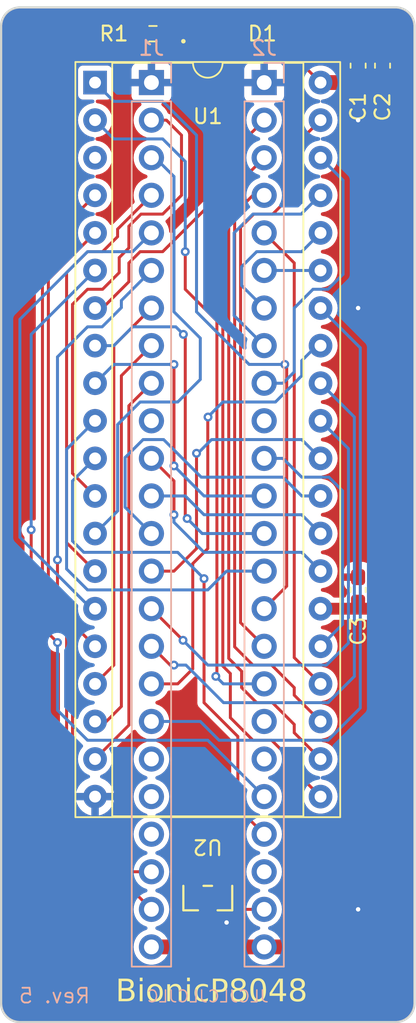
<source format=kicad_pcb>
(kicad_pcb (version 20221018) (generator pcbnew)
  (title_block (title "BionicP8048") (date "2024-11-01") (rev "5") (company "Tadashi G. Takaoka"))
  (layers (0 "F.Cu" signal) (31 "B.Cu" signal) (34 "B.Paste" user) (35 "F.Paste" user) (36 "B.SilkS" user "B.Silkscreen") (37 "F.SilkS" user "F.Silkscreen") (38 "B.Mask" user) (39 "F.Mask" user) (44 "Edge.Cuts" user))
  (net 0 "")
  (net 1 "VCC")
  (net 2 "GND")
  (net 3 "Net-(D1-K)")
  (net 4 "/P10")
  (net 5 "/P11")
  (net 6 "/P12")
  (net 7 "/P13")
  (net 8 "/P14")
  (net 9 "/P15")
  (net 10 "/P16")
  (net 11 "/P17")
  (net 13 "/P30")
  (net 14 "/P31")
  (net 15 "/P32")
  (net 16 "/P33")
  (net 17 "/P34")
  (net 18 "/P35")
  (net 19 "/P36")
  (net 20 "/P37")
  (net 24 "/P52")
  (net 25 "/P53")
  (net 26 "Net-(J2-P57)")
  (net 28 "/P55")
  (net 29 "/P54")
  (net 32 "/P46")
  (net 33 "/P45")
  (net 34 "/P44")
  (net 35 "/P43")
  (net 36 "/P42")
  (net 37 "/P41")
  (net 38 "/P40")
  (net 40 "/P27")
  (net 41 "/P26")
  (net 42 "/P25")
  (net 43 "/P24")
  (net 44 "/P23")
  (net 45 "/P22")
  (net 46 "/P21")
  (net 47 "/P20")
  (footprint "Capacitor_SMD:C_0603_1608Metric_Pad1.08x0.95mm_HandSolder" (layer "F.Cu") (at 126.781 73.937 90)
    (fp_text reference "C2" (at -2.794 0 90) (layer "F.SilkS"))
    (fp_text value "22u")
    (fp_line (start -0.146267 -0.51) (end 0.146267 -0.51) (stroke (width 0.12)) (layer "F.SilkS"))
    (fp_line (start -0.146267 0.51) (end 0.146267 0.51) (stroke (width 0.12)) (layer "F.SilkS"))
    (pad "1" smd roundrect (at -0.8625 0 90) (size 1.075 0.95) (layers "F.Cu" "F.Paste" "F.Mask") (net 1 "VCC"))
    (pad "2" smd roundrect (at 0.8625 0 90) (size 1.075 0.95) (layers "F.Cu" "F.Paste" "F.Mask") (net 2 "GND"))
  )
  (footprint "0-LocalLibrary:LED_CSL1901UW1_ROM" (layer "F.Cu") (at 115.097 71.778)
    (fp_text reference "D1" (at 3.556 0 unlocked) (layer "F.SilkS"))
    (fp_text value "CSL1901UW1")
    (fp_circle (center -1.778 0.508) (end -1.7018 0.508) (stroke (width 0.1524)) (fill none) (layer "F.SilkS"))
    (pad "1" smd rect (at -0.7747 0) (size 0.762 0.7112) (layers "F.Cu" "F.Paste" "F.Mask") (net 3 "Net-(D1-K)"))
    (pad "2" smd rect (at 0.7747 0) (size 0.762 0.7112) (layers "F.Cu" "F.Paste" "F.Mask") (net 1 "VCC"))
    (zone (net 0) (net_name "") (layer "F.Cu") (connect_pads (clearance 0)) (min_thickness 0.254)
      (keepout (tracks not_allowed) (vias not_allowed) (pads allowed) (copperpour not_allowed) (footprints allowed))
      (fill (thermal_gap 0.508) (thermal_bridge_width 0.508))
      (polygon (pts (xy 114.7541 71.4224) (xy 115.4399 71.4224) (xy 115.4399 72.1336) (xy 114.7541 72.1336)))
    )
  )
  (footprint "0-LocalLibrary:DIP-40_W15.24mm_Socket" (layer "F.Cu") (at 107.35 75.08)
    (fp_text reference "U1" (at 7.62 2.286) (layer "F.SilkS"))
    (fp_text value "P8048AH")
    (fp_line (start -1.33 -1.39) (end -1.33 49.65) (stroke (width 0.12)) (layer "F.SilkS"))
    (fp_line (start -1.33 49.65) (end 16.57 49.65) (stroke (width 0.12)) (layer "F.SilkS"))
    (fp_line (start 1.16 -1.33) (end 1.16 49.59) (stroke (width 0.12)) (layer "F.SilkS"))
    (fp_line (start 1.16 49.59) (end 14.08 49.59) (stroke (width 0.12)) (layer "F.SilkS"))
    (fp_line (start 6.62 -1.33) (end 1.16 -1.33) (stroke (width 0.12)) (layer "F.SilkS"))
    (fp_line (start 14.08 -1.33) (end 8.62 -1.33) (stroke (width 0.12)) (layer "F.SilkS"))
    (fp_line (start 14.08 49.59) (end 14.08 -1.33) (stroke (width 0.12)) (layer "F.SilkS"))
    (fp_line (start 16.57 -1.39) (end -1.33 -1.39) (stroke (width 0.12)) (layer "F.SilkS"))
    (fp_line (start 16.57 49.65) (end 16.57 -1.39) (stroke (width 0.12)) (layer "F.SilkS"))
    (fp_arc (start 8.62 -1.33) (mid 7.62 -0.33) (end 6.62 -1.33) (stroke (width 0.12)) (layer "F.SilkS"))
    (pad "1" thru_hole rect locked (at 0 0) (size 1.6 1.6) (drill 0.8) (layers "*.Cu" "*.Mask") (net 34 "/P44"))
    (pad "2" thru_hole oval locked (at 0 2.54) (size 1.6 1.6) (drill 0.8) (layers "*.Cu" "*.Mask") (net 32 "/P46"))
    (pad "3" thru_hole oval locked (at 0 5.08) (size 1.6 1.6) (drill 0.8) (layers "*.Cu" "*.Mask"))
    (pad "4" thru_hole oval locked (at 0 7.62) (size 1.6 1.6) (drill 0.8) (layers "*.Cu" "*.Mask") (net 25 "/P53"))
    (pad "5" thru_hole oval locked (at 0 10.16) (size 1.6 1.6) (drill 0.8) (layers "*.Cu" "*.Mask") (net 24 "/P52"))
    (pad "6" thru_hole oval locked (at 0 12.7) (size 1.6 1.6) (drill 0.8) (layers "*.Cu" "*.Mask") (net 29 "/P54"))
    (pad "7" thru_hole oval locked (at 0 15.24) (size 1.6 1.6) (drill 0.8) (layers "*.Cu" "*.Mask") (net 1 "VCC"))
    (pad "8" thru_hole oval locked (at 0 17.78) (size 1.6 1.6) (drill 0.8) (layers "*.Cu" "*.Mask") (net 36 "/P42"))
    (pad "9" thru_hole oval locked (at 0 20.32) (size 1.6 1.6) (drill 0.8) (layers "*.Cu" "*.Mask") (net 37 "/P41"))
    (pad "10" thru_hole oval locked (at 0 22.86) (size 1.6 1.6) (drill 0.8) (layers "*.Cu" "*.Mask") (net 35 "/P43"))
    (pad "11" thru_hole oval locked (at 0 25.4) (size 1.6 1.6) (drill 0.8) (layers "*.Cu" "*.Mask") (net 28 "/P55"))
    (pad "12" thru_hole oval locked (at 0 27.94) (size 1.6 1.6) (drill 0.8) (layers "*.Cu" "*.Mask") (net 4 "/P10"))
    (pad "13" thru_hole oval locked (at 0 30.48) (size 1.6 1.6) (drill 0.8) (layers "*.Cu" "*.Mask") (net 5 "/P11"))
    (pad "14" thru_hole oval locked (at 0 33.02) (size 1.6 1.6) (drill 0.8) (layers "*.Cu" "*.Mask") (net 6 "/P12"))
    (pad "15" thru_hole oval locked (at 0 35.56) (size 1.6 1.6) (drill 0.8) (layers "*.Cu" "*.Mask") (net 7 "/P13"))
    (pad "16" thru_hole oval locked (at 0 38.1) (size 1.6 1.6) (drill 0.8) (layers "*.Cu" "*.Mask") (net 8 "/P14"))
    (pad "17" thru_hole oval locked (at 0 40.64) (size 1.6 1.6) (drill 0.8) (layers "*.Cu" "*.Mask") (net 9 "/P15"))
    (pad "18" thru_hole oval locked (at 0 43.18) (size 1.6 1.6) (drill 0.8) (layers "*.Cu" "*.Mask") (net 10 "/P16"))
    (pad "19" thru_hole oval locked (at 0 45.72) (size 1.6 1.6) (drill 0.8) (layers "*.Cu" "*.Mask") (net 11 "/P17"))
    (pad "20" thru_hole oval locked (at 0 48.26) (size 1.6 1.6) (drill 0.8) (layers "*.Cu" "*.Mask") (net 2 "GND"))
    (pad "21" thru_hole oval locked (at 15.24 48.26) (size 1.6 1.6) (drill 0.8) (layers "*.Cu" "*.Mask") (net 47 "/P20"))
    (pad "22" thru_hole oval locked (at 15.24 45.72) (size 1.6 1.6) (drill 0.8) (layers "*.Cu" "*.Mask") (net 46 "/P21"))
    (pad "23" thru_hole oval locked (at 15.24 43.18) (size 1.6 1.6) (drill 0.8) (layers "*.Cu" "*.Mask") (net 45 "/P22"))
    (pad "24" thru_hole oval locked (at 15.24 40.64) (size 1.6 1.6) (drill 0.8) (layers "*.Cu" "*.Mask") (net 44 "/P23"))
    (pad "25" thru_hole oval locked (at 15.24 38.1) (size 1.6 1.6) (drill 0.8) (layers "*.Cu" "*.Mask") (net 38 "/P40"))
    (pad "26" thru_hole oval locked (at 15.24 35.56) (size 1.6 1.6) (drill 0.8) (layers "*.Cu" "*.Mask") (net 1 "VCC"))
    (pad "27" thru_hole oval locked (at 15.24 33.02) (size 1.6 1.6) (drill 0.8) (layers "*.Cu" "*.Mask") (net 13 "/P30"))
    (pad "28" thru_hole oval locked (at 15.24 30.48) (size 1.6 1.6) (drill 0.8) (layers "*.Cu" "*.Mask") (net 14 "/P31"))
    (pad "29" thru_hole oval locked (at 15.24 27.94) (size 1.6 1.6) (drill 0.8) (layers "*.Cu" "*.Mask") (net 15 "/P32"))
    (pad "30" thru_hole oval locked (at 15.24 25.4) (size 1.6 1.6) (drill 0.8) (layers "*.Cu" "*.Mask") (net 16 "/P33"))
    (pad "31" thru_hole oval locked (at 15.24 22.86) (size 1.6 1.6) (drill 0.8) (layers "*.Cu" "*.Mask") (net 17 "/P34"))
    (pad "32" thru_hole oval locked (at 15.24 20.32) (size 1.6 1.6) (drill 0.8) (layers "*.Cu" "*.Mask") (net 18 "/P35"))
    (pad "33" thru_hole oval locked (at 15.24 17.78) (size 1.6 1.6) (drill 0.8) (layers "*.Cu" "*.Mask") (net 19 "/P36"))
    (pad "34" thru_hole oval locked (at 15.24 15.24) (size 1.6 1.6) (drill 0.8) (layers "*.Cu" "*.Mask") (net 20 "/P37"))
    (pad "35" thru_hole oval locked (at 15.24 12.7) (size 1.6 1.6) (drill 0.8) (layers "*.Cu" "*.Mask") (net 43 "/P24"))
    (pad "36" thru_hole oval locked (at 15.24 10.16) (size 1.6 1.6) (drill 0.8) (layers "*.Cu" "*.Mask") (net 42 "/P25"))
    (pad "37" thru_hole oval locked (at 15.24 7.62) (size 1.6 1.6) (drill 0.8) (layers "*.Cu" "*.Mask") (net 41 "/P26"))
    (pad "38" thru_hole oval locked (at 15.24 5.08) (size 1.6 1.6) (drill 0.8) (layers "*.Cu" "*.Mask") (net 40 "/P27"))
    (pad "39" thru_hole oval locked (at 15.24 2.54) (size 1.6 1.6) (drill 0.8) (layers "*.Cu" "*.Mask") (net 33 "/P45"))
    (pad "40" thru_hole oval locked (at 15.24 0) (size 1.6 1.6) (drill 0.8) (layers "*.Cu" "*.Mask") (net 1 "VCC"))
  )
  (footprint "0-LocalLibrary:SOT-23_MC_MCH-M" (layer "F.Cu") (at 114.97 130.198 180)
    (fp_text reference "U2" (at 0 3.4544 180 unlocked) (layer "F.SilkS"))
    (fp_text value "11AA010-I/TT")
    (fp_line (start -1.652 -0.827) (end -1.652 0.827) (stroke (width 0.1524)) (layer "F.SilkS"))
    (fp_line (start -0.66294 -0.827) (end -1.652 -0.827) (stroke (width 0.1524)) (layer "F.SilkS"))
    (fp_line (start -0.287061 0.827) (end 0.287061 0.827) (stroke (width 0.1524)) (layer "F.SilkS"))
    (fp_line (start 1.652 -0.827) (end 0.66294 -0.827) (stroke (width 0.1524)) (layer "F.SilkS"))
    (fp_line (start 1.652 0.827) (end 1.652 -0.827) (stroke (width 0.1524)) (layer "F.SilkS"))
    (pad "1" smd rect (at -0.950001 1.066 180) (size 0.6604 1.6256) (layers "F.Cu" "F.Paste" "F.Mask") (net 26 "Net-(J2-P57)"))
    (pad "2" smd rect (at 0.950001 1.066 180) (size 0.6604 1.6256) (layers "F.Cu" "F.Paste" "F.Mask") (net 1 "VCC"))
    (pad "3" smd rect (at 0 -1.066 180) (size 0.6604 1.6256) (layers "F.Cu" "F.Paste" "F.Mask") (net 2 "GND"))
  )
  (footprint "Capacitor_SMD:C_0603_1608Metric_Pad1.08x0.95mm_HandSolder" (layer "F.Cu") (at 125.13 73.937 90)
    (fp_text reference "C1" (at -2.794 0 90) (layer "F.SilkS"))
    (fp_text value "0.1u")
    (fp_line (start -0.146267 -0.51) (end 0.146267 -0.51) (stroke (width 0.12)) (layer "F.SilkS"))
    (fp_line (start -0.146267 0.51) (end 0.146267 0.51) (stroke (width 0.12)) (layer "F.SilkS"))
    (pad "1" smd roundrect (at -0.8625 0 90) (size 1.075 0.95) (layers "F.Cu" "F.Paste" "F.Mask") (net 1 "VCC"))
    (pad "2" smd roundrect (at 0.8625 0 90) (size 1.075 0.95) (layers "F.Cu" "F.Paste" "F.Mask") (net 2 "GND"))
  )
  (footprint "Resistor_SMD:R_0603_1608Metric_Pad0.98x0.95mm_HandSolder" (layer "F.Cu") (at 111.2635 71.778 180)
    (fp_text reference "R1" (at 2.6435 0) (layer "F.SilkS"))
    (fp_text value "1.6k")
    (fp_line (start -0.254724 -0.5225) (end 0.254724 -0.5225) (stroke (width 0.12)) (layer "F.SilkS"))
    (fp_line (start -0.254724 0.5225) (end 0.254724 0.5225) (stroke (width 0.12)) (layer "F.SilkS"))
    (pad "1" smd roundrect (at -0.9125 0 180) (size 0.975 0.95) (layers "F.Cu" "F.Paste" "F.Mask") (net 3 "Net-(D1-K)"))
    (pad "2" smd roundrect (at 0.9125 0 180) (size 0.975 0.95) (layers "F.Cu" "F.Paste" "F.Mask") (net 2 "GND"))
  )
  (footprint "Capacitor_SMD:C_0603_1608Metric_Pad1.08x0.95mm_HandSolder" (layer "F.Cu") (at 125.13 109.37 90)
    (fp_text reference "C3" (at -2.794 0 90) (layer "F.SilkS"))
    (fp_text value "0.1u")
    (fp_line (start -0.146267 -0.51) (end 0.146267 -0.51) (stroke (width 0.12)) (layer "F.SilkS"))
    (fp_line (start -0.146267 0.51) (end 0.146267 0.51) (stroke (width 0.12)) (layer "F.SilkS"))
    (pad "1" smd roundrect (at -0.8625 0 90) (size 1.075 0.95) (layers "F.Cu" "F.Paste" "F.Mask") (net 1 "VCC"))
    (pad "2" smd roundrect (at 0.8625 0 90) (size 1.075 0.95) (layers "F.Cu" "F.Paste" "F.Mask") (net 2 "GND"))
  )
  (footprint "0-LocalLibrary:Bionic-P245_Vertical" (layer "B.Cu") (at 118.78 75.08 180)
    (fp_text reference "J2" (at 0 2.33) (layer "B.SilkS") (effects (justify mirror)))
    (fp_text value "Bionic-P245")
    (fp_line (start -1.33 -59.75) (end 1.33 -59.75) (stroke (width 0.12)) (layer "B.SilkS"))
    (fp_line (start -1.33 -1.27) (end -1.33 -59.75) (stroke (width 0.12)) (layer "B.SilkS"))
    (fp_line (start -1.33 -1.27) (end 1.33 -1.27) (stroke (width 0.12)) (layer "B.SilkS"))
    (fp_line (start -1.33 0) (end -1.33 1.33) (stroke (width 0.12)) (layer "B.SilkS"))
    (fp_line (start -1.33 1.33) (end 0 1.33) (stroke (width 0.12)) (layer "B.SilkS"))
    (fp_line (start 1.33 -1.27) (end 1.33 -59.75) (stroke (width 0.12)) (layer "B.SilkS"))
    (pad "25" thru_hole oval locked (at 0 -58.42 180) (size 1.7 1.7) (drill 1) (layers "*.Cu" "*.Mask") (net 1 "VCC"))
    (pad "26" thru_hole oval locked (at 0 -55.88 180) (size 1.7 1.7) (drill 1) (layers "*.Cu" "*.Mask") (net 26 "Net-(J2-P57)"))
    (pad "27" thru_hole oval locked (at 0 -53.34 180) (size 1.7 1.7) (drill 1) (layers "*.Cu" "*.Mask"))
    (pad "28" thru_hole oval locked (at 0 -50.8 180) (size 1.7 1.7) (drill 1) (layers "*.Cu" "*.Mask") (net 28 "/P55"))
    (pad "29" thru_hole oval locked (at 0 -48.26 180) (size 1.7 1.7) (drill 1) (layers "*.Cu" "*.Mask") (net 29 "/P54"))
    (pad "30" thru_hole oval locked (at 0 -45.72 180) (size 1.7 1.7) (drill 1) (layers "*.Cu" "*.Mask"))
    (pad "31" thru_hole oval locked (at 0 -43.18 180) (size 1.7 1.7) (drill 1) (layers "*.Cu" "*.Mask"))
    (pad "32" thru_hole oval locked (at 0 -40.64 180) (size 1.7 1.7) (drill 1) (layers "*.Cu" "*.Mask") (net 32 "/P46"))
    (pad "33" thru_hole oval locked (at 0 -38.1 180) (size 1.7 1.7) (drill 1) (layers "*.Cu" "*.Mask") (net 33 "/P45"))
    (pad "34" thru_hole oval locked (at 0 -35.56 180) (size 1.7 1.7) (drill 1) (layers "*.Cu" "*.Mask") (net 34 "/P44"))
    (pad "35" thru_hole oval locked (at 0 -33.02 180) (size 1.7 1.7) (drill 1) (layers "*.Cu" "*.Mask") (net 35 "/P43"))
    (pad "36" thru_hole oval locked (at 0 -30.48 180) (size 1.7 1.7) (drill 1) (layers "*.Cu" "*.Mask") (net 36 "/P42"))
    (pad "37" thru_hole oval locked (at 0 -27.94 180) (size 1.7 1.7) (drill 1) (layers "*.Cu" "*.Mask") (net 37 "/P41"))
    (pad "38" thru_hole oval locked (at 0 -25.4 180) (size 1.7 1.7) (drill 1) (layers "*.Cu" "*.Mask") (net 38 "/P40"))
    (pad "39" thru_hole oval locked (at 0 -22.86 180) (size 1.7 1.7) (drill 1) (layers "*.Cu" "*.Mask"))
    (pad "40" thru_hole oval locked (at 0 -20.32 180) (size 1.7 1.7) (drill 1) (layers "*.Cu" "*.Mask") (net 40 "/P27"))
    (pad "41" thru_hole oval locked (at 0 -17.78 180) (size 1.7 1.7) (drill 1) (layers "*.Cu" "*.Mask") (net 41 "/P26"))
    (pad "42" thru_hole oval locked (at 0 -15.24 180) (size 1.7 1.7) (drill 1) (layers "*.Cu" "*.Mask") (net 42 "/P25"))
    (pad "43" thru_hole oval locked (at 0 -12.7 180) (size 1.7 1.7) (drill 1) (layers "*.Cu" "*.Mask") (net 43 "/P24"))
    (pad "44" thru_hole oval locked (at 0 -10.16 180) (size 1.7 1.7) (drill 1) (layers "*.Cu" "*.Mask") (net 44 "/P23"))
    (pad "45" thru_hole oval locked (at 0 -7.62 180) (size 1.7 1.7) (drill 1) (layers "*.Cu" "*.Mask") (net 45 "/P22"))
    (pad "46" thru_hole oval locked (at 0 -5.08 180) (size 1.7 1.7) (drill 1) (layers "*.Cu" "*.Mask") (net 46 "/P21"))
    (pad "47" thru_hole oval locked (at 0 -2.54 180) (size 1.7 1.7) (drill 1) (layers "*.Cu" "*.Mask") (net 47 "/P20"))
    (pad "48" thru_hole rect locked (at 0 0 180) (size 1.7 1.7) (drill 1) (layers "*.Cu" "*.Mask") (net 2 "GND"))
  )
  (footprint "0-LocalLibrary:Bionic-P135_Vertical" (layer "B.Cu") (at 111.16 75.08 180)
    (fp_text reference "J1" (at 0 2.33) (layer "B.SilkS") (effects (justify mirror)))
    (fp_text value "Bionic-P135")
    (fp_line (start -1.33 -59.75) (end 1.33 -59.75) (stroke (width 0.12)) (layer "B.SilkS"))
    (fp_line (start -1.33 -1.27) (end -1.33 -59.75) (stroke (width 0.12)) (layer "B.SilkS"))
    (fp_line (start -1.33 -1.27) (end 1.33 -1.27) (stroke (width 0.12)) (layer "B.SilkS"))
    (fp_line (start -1.33 0) (end -1.33 1.33) (stroke (width 0.12)) (layer "B.SilkS"))
    (fp_line (start -1.33 1.33) (end 0 1.33) (stroke (width 0.12)) (layer "B.SilkS"))
    (fp_line (start 1.33 -1.27) (end 1.33 -59.75) (stroke (width 0.12)) (layer "B.SilkS"))
    (pad "1" thru_hole rect locked (at 0 0 180) (size 1.7 1.7) (drill 1) (layers "*.Cu" "*.Mask") (net 2 "GND"))
    (pad "2" thru_hole oval locked (at 0 -2.54 180) (size 1.7 1.7) (drill 1) (layers "*.Cu" "*.Mask") (net 4 "/P10"))
    (pad "3" thru_hole oval locked (at 0 -5.08 180) (size 1.7 1.7) (drill 1) (layers "*.Cu" "*.Mask") (net 5 "/P11"))
    (pad "4" thru_hole oval locked (at 0 -7.62 180) (size 1.7 1.7) (drill 1) (layers "*.Cu" "*.Mask") (net 6 "/P12"))
    (pad "5" thru_hole oval locked (at 0 -10.16 180) (size 1.7 1.7) (drill 1) (layers "*.Cu" "*.Mask") (net 7 "/P13"))
    (pad "6" thru_hole oval locked (at 0 -12.7 180) (size 1.7 1.7) (drill 1) (layers "*.Cu" "*.Mask") (net 8 "/P14"))
    (pad "7" thru_hole oval locked (at 0 -15.24 180) (size 1.7 1.7) (drill 1) (layers "*.Cu" "*.Mask") (net 9 "/P15"))
    (pad "8" thru_hole oval locked (at 0 -17.78 180) (size 1.7 1.7) (drill 1) (layers "*.Cu" "*.Mask") (net 10 "/P16"))
    (pad "9" thru_hole oval locked (at 0 -20.32 180) (size 1.7 1.7) (drill 1) (layers "*.Cu" "*.Mask") (net 11 "/P17"))
    (pad "10" thru_hole oval locked (at 0 -22.86 180) (size 1.7 1.7) (drill 1) (layers "*.Cu" "*.Mask"))
    (pad "11" thru_hole oval locked (at 0 -25.4 180) (size 1.7 1.7) (drill 1) (layers "*.Cu" "*.Mask") (net 13 "/P30"))
    (pad "12" thru_hole oval locked (at 0 -27.94 180) (size 1.7 1.7) (drill 1) (layers "*.Cu" "*.Mask") (net 14 "/P31"))
    (pad "13" thru_hole oval locked (at 0 -30.48 180) (size 1.7 1.7) (drill 1) (layers "*.Cu" "*.Mask") (net 15 "/P32"))
    (pad "14" thru_hole oval locked (at 0 -33.02 180) (size 1.7 1.7) (drill 1) (layers "*.Cu" "*.Mask") (net 16 "/P33"))
    (pad "15" thru_hole oval locked (at 0 -35.56 180) (size 1.7 1.7) (drill 1) (layers "*.Cu" "*.Mask") (net 17 "/P34"))
    (pad "16" thru_hole oval locked (at 0 -38.1 180) (size 1.7 1.7) (drill 1) (layers "*.Cu" "*.Mask") (net 18 "/P35"))
    (pad "17" thru_hole oval locked (at 0 -40.64 180) (size 1.7 1.7) (drill 1) (layers "*.Cu" "*.Mask") (net 19 "/P36"))
    (pad "18" thru_hole oval locked (at 0 -43.18 180) (size 1.7 1.7) (drill 1) (layers "*.Cu" "*.Mask") (net 20 "/P37"))
    (pad "19" thru_hole oval locked (at 0 -45.72 180) (size 1.7 1.7) (drill 1) (layers "*.Cu" "*.Mask"))
    (pad "20" thru_hole oval locked (at 0 -48.26 180) (size 1.7 1.7) (drill 1) (layers "*.Cu" "*.Mask"))
    (pad "21" thru_hole oval locked (at 0 -50.8 180) (size 1.7 1.7) (drill 1) (layers "*.Cu" "*.Mask"))
    (pad "22" thru_hole oval locked (at 0 -53.34 180) (size 1.7 1.7) (drill 1) (layers "*.Cu" "*.Mask") (net 24 "/P52"))
    (pad "23" thru_hole oval locked (at 0 -55.88 180) (size 1.7 1.7) (drill 1) (layers "*.Cu" "*.Mask") (net 25 "/P53"))
    (pad "24" thru_hole oval locked (at 0 -58.42 180) (size 1.7 1.7) (drill 1) (layers "*.Cu" "*.Mask") (net 1 "VCC"))
  )
  (gr_line (start 128.94 137.31) (end 128.94 71.27) (stroke (width 0.15)) (layer "Edge.Cuts"))
  (gr_arc (start 127.67 70) (mid 128.568026 70.371974) (end 128.94 71.27) (stroke (width 0.15)) (layer "Edge.Cuts"))
  (gr_line (start 102.27 138.58) (end 127.67 138.58) (stroke (width 0.15)) (layer "Edge.Cuts"))
  (gr_line (start 101 71.27) (end 101 137.31) (stroke (width 0.15)) (layer "Edge.Cuts"))
  (gr_arc (start 102.27 138.58) (mid 101.371974 138.208026) (end 101 137.31) (stroke (width 0.15)) (layer "Edge.Cuts"))
  (gr_line (start 127.67 70) (end 102.27 70) (stroke (width 0.15)) (layer "Edge.Cuts"))
  (gr_arc (start 128.94 137.31) (mid 128.568026 138.208026) (end 127.67 138.58) (stroke (width 0.15)) (layer "Edge.Cuts"))
  (gr_arc (start 101 71.27) (mid 101.371974 70.371974) (end 102.27 70) (stroke (width 0.15)) (layer "Edge.Cuts"))
  (gr_text "JLCJLCJLCJLC" (at 114.97 137.31) (layer "B.SilkS") (effects (font (size 0.8 0.8)) (justify bottom mirror)))
  (gr_text "Rev. 5" (at 107.096 136.802) (layer "B.SilkS") (effects (font (size 1 1)) (justify left mirror)))
  (gr_text "BionicP8048" (at 115.224 136.548) (layer "F.SilkS") (effects (font (size 1.5 1.5))))
  (segment (start 114.081 133.5) (end 118.78 133.5) (width 1) (layer "F.Cu") (net 1))
  (segment (start 114.019999 133.438999) (end 114.081 133.5) (width 0.2) (layer "F.Cu") (net 1))
  (segment (start 114.019999 129.132) (end 114.019999 133.438999) (width 0.2) (layer "F.Cu") (net 1))
  (segment (start 126.908 75.588) (end 126.4 75.08) (width 1) (layer "F.Cu") (net 1))
  (segment (start 115.986 75.461) (end 115.478 75.969) (width 0.2) (layer "F.Cu") (net 1))
  (segment (start 111.16 133.5) (end 114.081 133.5) (width 1) (layer "F.Cu") (net 1))
  (segment (start 115.478 82.954) (end 111.922 86.51) (width 0.2) (layer "F.Cu") (net 1))
  (segment (start 110.398 86.51) (end 109.636 87.272) (width 0.2) (layer "F.Cu") (net 1))
  (segment (start 111.922 86.51) (end 110.398 86.51) (width 0.2) (layer "F.Cu") (net 1))
  (segment (start 126.908 131.722) (end 126.908 75.588) (width 1) (layer "F.Cu") (net 1))
  (segment (start 115.986 71.8415) (end 115.986 75.461) (width 0.2) (layer "F.Cu") (net 1))
  (segment (start 107.858 90.32) (end 107.35 90.32) (width 0.2) (layer "F.Cu") (net 1))
  (segment (start 126.4 75.08) (end 125.13 75.08) (width 1) (layer "F.Cu") (net 1))
  (segment locked (start 125.13 75.08) (end 122.59 75.08) (width 1) (layer "F.Cu") (net 1))
  (segment (start 115.478 75.969) (end 115.478 82.954) (width 0.2) (layer "F.Cu") (net 1))
  (segment (start 122.844 75.08) (end 122.336 75.08) (width 0.2) (layer "F.Cu") (net 1))
  (segment (start 122.59 110.64) (end 126.908 110.64) (width 0.8) (layer "F.Cu") (net 1))
  (segment (start 125.13 133.5) (end 126.908 131.722) (width 1) (layer "F.Cu") (net 1))
  (segment (start 119.288 71.778) (end 122.59 75.08) (width 0.2) (layer "F.Cu") (net 1))
  (segment (start 109.636 88.542) (end 107.858 90.32) (width 0.2) (layer "F.Cu") (net 1))
  (segment (start 109.636 87.272) (end 109.636 88.542) (width 0.2) (layer "F.Cu") (net 1))
  (segment (start 116.0495 71.778) (end 115.986 71.8415) (width 0.2) (layer "F.Cu") (net 1))
  (segment (start 116.0495 71.778) (end 119.288 71.778) (width 0.2) (layer "F.Cu") (net 1))
  (segment locked (start 118.78 133.5) (end 125.13 133.5) (width 1) (layer "F.Cu") (net 1))
  (segment (start 125.13 75.08) (end 125.13 74.6725) (width 0.2) (layer "F.Cu") (net 1))
  (via (at 116.24 131.849) (size 0.6) (drill 0.3) (layers "F.Cu" "B.Cu") (net 2))
  (via (at 125.13 90.32) (size 0.6) (drill 0.3) (layers "F.Cu" "B.Cu") (net 2))
  (via (at 125.13 130.96) (size 0.6) (drill 0.3) (layers "F.Cu" "B.Cu") (net 2))
  (via (at 125.13 77.62) (size 0.6) (drill 0.3) (layers "F.Cu" "B.Cu") (net 2))
  (segment (start 112.176 71.778) (end 114.1826 71.778) (width 0.2) (layer "F.Cu") (net 3))
  (segment (start 111.922 83.97) (end 113.192 82.7) (width 0.2) (layer "F.Cu") (net 4))
  (segment (start 107.35 103.02) (end 105.826 101.496) (width 0.2) (layer "F.Cu") (net 4))
  (segment (start 108.982 87.926) (end 108.982 86.91) (width 0.2) (layer "F.Cu") (net 4))
  (segment (start 106.842 89.05) (end 107.858 89.05) (width 0.2) (layer "F.Cu") (net 4))
  (segment (start 107.858 89.05) (end 108.982 87.926) (width 0.2) (layer "F.Cu") (net 4))
  (segment (start 112.176 77.62) (end 111.16 77.62) (width 0.2) (layer "F.Cu") (net 4))
  (segment (start 113.192 82.7) (end 113.192 78.636) (width 0.2) (layer "F.Cu") (net 4))
  (segment (start 105.826 90.066) (end 106.842 89.05) (width 0.2) (layer "F.Cu") (net 4))
  (segment (start 105.826 101.496) (end 105.826 90.066) (width 0.2) (layer "F.Cu") (net 4))
  (segment (start 109.636 84.789686) (end 110.455686 83.97) (width 0.2) (layer "F.Cu") (net 4))
  (segment (start 109.636 86.256) (end 109.636 84.789686) (width 0.2) (layer "F.Cu") (net 4))
  (segment (start 108.982 86.91) (end 109.636 86.256) (width 0.2) (layer "F.Cu") (net 4))
  (segment (start 110.455686 83.97) (end 111.922 83.97) (width 0.2) (layer "F.Cu") (net 4))
  (segment (start 113.192 78.636) (end 112.176 77.62) (width 0.2) (layer "F.Cu") (net 4))
  (segment (start 112.938 96.67) (end 110.398 96.67) (width 0.2) (layer "B.Cu") (net 5))
  (segment (start 112.684 81.43) (end 112.684 90.574) (width 0.2) (layer "B.Cu") (net 5))
  (segment (start 114.462 95.146) (end 112.938 96.67) (width 0.2) (layer "B.Cu") (net 5))
  (segment (start 111.16 80.16) (end 111.414 80.16) (width 0.2) (layer "B.Cu") (net 5))
  (segment (start 111.414 80.16) (end 112.684 81.43) (width 0.2) (layer "B.Cu") (net 5))
  (segment (start 114.462 92.352) (end 114.462 95.146) (width 0.2) (layer "B.Cu") (net 5))
  (segment (start 110.398 96.67) (end 108.874 98.194) (width 0.2) (layer "B.Cu") (net 5))
  (segment (start 108.874 104.036) (end 107.35 105.56) (width 0.2) (layer "B.Cu") (net 5))
  (segment (start 112.684 90.574) (end 114.462 92.352) (width 0.2) (layer "B.Cu") (net 5))
  (segment (start 108.874 98.194) (end 108.874 104.036) (width 0.2) (layer "B.Cu") (net 5))
  (segment (start 111.16 82.7) (end 108.874 84.986) (width 0.2) (layer "F.Cu") (net 6))
  (segment (start 107.858 86.51) (end 106.842 86.51) (width 0.2) (layer "F.Cu") (net 6))
  (segment (start 108.874 85.494) (end 107.858 86.51) (width 0.2) (layer "F.Cu") (net 6))
  (segment (start 105.426 106.176) (end 107.35 108.1) (width 0.2) (layer "F.Cu") (net 6))
  (segment (start 106.842 86.51) (end 105.426 87.926) (width 0.2) (layer "F.Cu") (net 6))
  (segment (start 108.874 84.986) (end 108.874 85.494) (width 0.2) (layer "F.Cu") (net 6))
  (segment (start 105.426 87.926) (end 105.426 106.176) (width 0.2) (layer "F.Cu") (net 6))
  (segment (start 102.27 91.082) (end 102.27 105.814) (width 0.2) (layer "B.Cu") (net 7))
  (segment (start 107.096 110.64) (end 107.35 110.64) (width 0.2) (layer "B.Cu") (net 7))
  (segment (start 111.16 85.24) (end 109.89 86.51) (width 0.2) (layer "B.Cu") (net 7))
  (segment (start 109.89 86.51) (end 106.842 86.51) (width 0.2) (layer "B.Cu") (net 7))
  (segment (start 106.842 86.51) (end 102.27 91.082) (width 0.2) (layer "B.Cu") (net 7))
  (segment (start 102.27 105.814) (end 107.096 110.64) (width 0.2) (layer "B.Cu") (net 7))
  (segment (start 104.81 110.64) (end 104.81 107.338) (width 0.2) (layer "F.Cu") (net 8))
  (segment (start 107.35 113.18) (end 104.81 110.64) (width 0.2) (layer "F.Cu") (net 8))
  (via (at 104.81 107.338) (size 0.6) (drill 0.3) (layers "F.Cu" "B.Cu") (net 8))
  (segment (start 106.842 91.59) (end 104.81 93.622) (width 0.2) (layer "B.Cu") (net 8))
  (segment (start 111.16 87.78) (end 109.128 89.812) (width 0.2) (layer "B.Cu") (net 8))
  (segment (start 109.128 90.291157) (end 107.829157 91.59) (width 0.2) (layer "B.Cu") (net 8))
  (segment (start 109.128 89.812) (end 109.128 90.291157) (width 0.2) (layer "B.Cu") (net 8))
  (segment (start 107.829157 91.59) (end 106.842 91.59) (width 0.2) (layer "B.Cu") (net 8))
  (segment (start 104.81 93.622) (end 104.81 107.338) (width 0.2) (layer "B.Cu") (net 8))
  (segment (start 108.62 114.45) (end 107.35 115.72) (width 0.2) (layer "F.Cu") (net 9))
  (segment (start 108.62 92.86) (end 108.62 114.45) (width 0.2) (layer "F.Cu") (net 9))
  (segment (start 111.16 90.32) (end 108.62 92.86) (width 0.2) (layer "F.Cu") (net 9))
  (segment (start 111.16 92.86) (end 109.128 94.892) (width 0.2) (layer "F.Cu") (net 10))
  (segment (start 109.128 94.892) (end 109.128 117.244) (width 0.2) (layer "F.Cu") (net 10))
  (segment (start 109.128 117.244) (end 108.112 118.26) (width 0.2) (layer "F.Cu") (net 10))
  (segment (start 108.112 118.26) (end 107.35 118.26) (width 0.2) (layer "F.Cu") (net 10))
  (segment (start 111.16 95.4) (end 109.636 96.924) (width 0.2) (layer "F.Cu") (net 11))
  (segment (start 109.636 118.514) (end 107.35 120.8) (width 0.2) (layer "F.Cu") (net 11))
  (segment (start 109.636 96.924) (end 109.636 118.514) (width 0.2) (layer "F.Cu") (net 11))
  (segment (start 112.684 104.29) (end 112.684 102.004) (width 0.2) (layer "F.Cu") (net 13))
  (segment (start 112.684 102.004) (end 111.16 100.48) (width 0.2) (layer "F.Cu") (net 13))
  (via (at 112.684 104.29) (size 0.6) (drill 0.3) (layers "F.Cu" "B.Cu") (net 13))
  (segment (start 112.684 104.29) (end 112.684 104.798) (width 0.2) (layer "B.Cu") (net 13))
  (segment (start 114.716 106.83) (end 121.32 106.83) (width 0.2) (layer "B.Cu") (net 13))
  (segment (start 112.684 104.798) (end 114.716 106.83) (width 0.2) (layer "B.Cu") (net 13))
  (segment (start 121.32 106.83) (end 122.59 108.1) (width 0.2) (layer "B.Cu") (net 13))
  (segment (start 114.716 104.29) (end 113.446 103.02) (width 0.2) (layer "B.Cu") (net 14))
  (segment (start 113.446 103.02) (end 111.16 103.02) (width 0.2) (layer "B.Cu") (net 14))
  (segment (start 121.32 104.29) (end 114.716 104.29) (width 0.2) (layer "B.Cu") (net 14))
  (segment (start 122.59 105.56) (end 121.32 104.29) (width 0.2) (layer "B.Cu") (net 14))
  (segment (start 111.16 105.56) (end 109.382 103.782) (width 0.2) (layer "B.Cu") (net 15))
  (segment (start 110.5962 99.21) (end 111.9855 99.21) (width 0.2) (layer "B.Cu") (net 15))
  (segment (start 121.32 103.02) (end 122.59 103.02) (width 0.2) (layer "B.Cu") (net 15))
  (segment (start 111.9855 99.21) (end 114.5254 101.7499) (width 0.2) (layer "B.Cu") (net 15))
  (segment (start 109.382 103.782) (end 109.382 100.4242) (width 0.2) (layer "B.Cu") (net 15))
  (segment (start 109.382 100.4242) (end 110.5962 99.21) (width 0.2) (layer "B.Cu") (net 15))
  (segment (start 114.5254 101.7499) (end 120.0499 101.7499) (width 0.2) (layer "B.Cu") (net 15))
  (segment (start 120.0499 101.7499) (end 121.32 103.02) (width 0.2) (layer "B.Cu") (net 15))
  (segment (start 114.208 100.134) (end 114.208 106.576) (width 0.2) (layer "F.Cu") (net 16))
  (segment (start 112.684 108.1) (end 111.16 108.1) (width 0.2) (layer "F.Cu") (net 16))
  (segment (start 114.208 106.576) (end 112.684 108.1) (width 0.2) (layer "F.Cu") (net 16))
  (via (at 114.208 100.134) (size 0.6) (drill 0.3) (layers "F.Cu" "B.Cu") (net 16))
  (segment (start 114.3 100.134) (end 115.224 99.21) (width 0.2) (layer "B.Cu") (net 16))
  (segment (start 121.32 99.21) (end 122.59 100.48) (width 0.2) (layer "B.Cu") (net 16))
  (segment (start 114.208 100.134) (end 114.3 100.134) (width 0.2) (layer "B.Cu") (net 16))
  (segment (start 115.224 99.21) (end 121.32 99.21) (width 0.2) (layer "B.Cu") (net 16))
  (segment (start 113.296 112.776) (end 111.16 110.64) (width 0.2) (layer "F.Cu") (net 17))
  (via (at 113.296 112.776) (size 0.6) (drill 0.3) (layers "F.Cu" "B.Cu") (net 17))
  (segment (start 122.98955 114.45) (end 124.476 112.96355) (width 0.2) (layer "B.Cu") (net 17))
  (segment (start 124.476 112.96355) (end 124.476 99.826) (width 0.2) (layer "B.Cu") (net 17))
  (segment (start 124.476 99.826) (end 122.59 97.94) (width 0.2) (layer "B.Cu") (net 17))
  (segment (start 113.296 112.776) (end 114.97 114.45) (width 0.2) (layer "B.Cu") (net 17))
  (segment (start 114.97 114.45) (end 122.98955 114.45) (width 0.2) (layer "B.Cu") (net 17))
  (segment (start 112.684 114.45) (end 112.43 114.45) (width 0.2) (layer "F.Cu") (net 18))
  (segment (start 112.43 114.45) (end 111.16 113.18) (width 0.2) (layer "F.Cu") (net 18))
  (via (at 112.684 114.45) (size 0.6) (drill 0.3) (layers "F.Cu" "B.Cu") (net 18))
  (segment (start 112.684 114.45) (end 113.492 114.45) (width 0.2) (layer "B.Cu") (net 18))
  (segment (start 124.876 115.212) (end 124.876 97.686) (width 0.2) (layer "B.Cu") (net 18))
  (segment (start 123.098 116.99) (end 124.876 115.212) (width 0.2) (layer "B.Cu") (net 18))
  (segment (start 113.492 114.45) (end 116.032 116.99) (width 0.2) (layer "B.Cu") (net 18))
  (segment (start 124.876 97.686) (end 122.59 95.4) (width 0.2) (layer "B.Cu") (net 18))
  (segment (start 116.032 116.99) (end 123.098 116.99) (width 0.2) (layer "B.Cu") (net 18))
  (segment (start 114.97 97.702) (end 114.97 106.576) (width 0.2) (layer "F.Cu") (net 19))
  (segment (start 113.954 114.704) (end 112.938 115.72) (width 0.2) (layer "F.Cu") (net 19))
  (segment (start 114.97 106.576) (end 113.954 107.592) (width 0.2) (layer "F.Cu") (net 19))
  (segment (start 113.954 107.592) (end 113.954 114.704) (width 0.2) (layer "F.Cu") (net 19))
  (segment (start 114.986 97.686) (end 114.97 97.702) (width 0.2) (layer "F.Cu") (net 19))
  (segment (start 112.938 115.72) (end 111.16 115.72) (width 0.2) (layer "F.Cu") (net 19))
  (via (at 114.986 97.686) (size 0.6) (drill 0.3) (layers "F.Cu" "B.Cu") (net 19))
  (segment (start 115.986 96.67) (end 119.542 96.67) (width 0.2) (layer "B.Cu") (net 19))
  (segment (start 121.32 94.892) (end 121.32 93.876) (width 0.2) (layer "B.Cu") (net 19))
  (segment (start 114.986 97.67) (end 115.986 96.67) (width 0.2) (layer "B.Cu") (net 19))
  (segment (start 122.336 92.86) (end 122.59 92.86) (width 0.2) (layer "B.Cu") (net 19))
  (segment (start 114.986 97.686) (end 114.986 97.67) (width 0.2) (layer "B.Cu") (net 19))
  (segment (start 121.32 93.876) (end 122.336 92.86) (width 0.2) (layer "B.Cu") (net 19))
  (segment (start 119.542 96.67) (end 121.32 94.892) (width 0.2) (layer "B.Cu") (net 19))
  (segment (start 125.276 117.352) (end 123.098 119.53) (width 0.2) (layer "B.Cu") (net 20))
  (segment (start 125.276 93.006) (end 125.276 117.352) (width 0.2) (layer "B.Cu") (net 20))
  (segment (start 114.462 118.26) (end 111.16 118.26) (width 0.2) (layer "B.Cu") (net 20))
  (segment (start 115.732 119.53) (end 114.462 118.26) (width 0.2) (layer "B.Cu") (net 20))
  (segment (start 123.098 119.53) (end 115.732 119.53) (width 0.2) (layer "B.Cu") (net 20))
  (segment (start 122.59 90.32) (end 125.276 93.006) (width 0.2) (layer "B.Cu") (net 20))
  (segment (start 109.636 128.42) (end 111.16 128.42) (width 0.2) (layer "F.Cu") (net 24))
  (segment (start 105.826 112.221686) (end 105.826 124.61) (width 0.2) (layer "F.Cu") (net 24))
  (segment (start 104.194 110.589686) (end 105.826 112.221686) (width 0.2) (layer "F.Cu") (net 24))
  (segment (start 104.194 88.396) (end 104.194 110.589686) (width 0.2) (layer "F.Cu") (net 24))
  (segment (start 107.35 85.24) (end 104.194 88.396) (width 0.2) (layer "F.Cu") (net 24))
  (segment (start 105.826 124.61) (end 109.636 128.42) (width 0.2) (layer "F.Cu") (net 24))
  (segment (start 103.794 110.755372) (end 103.794 86.256) (width 0.2) (layer "F.Cu") (net 25))
  (segment (start 111.16 130.96) (end 105.426 125.226) (width 0.2) (layer "F.Cu") (net 25))
  (segment (start 105.426 125.226) (end 105.426 112.387372) (width 0.2) (layer "F.Cu") (net 25))
  (segment (start 103.794 86.256) (end 107.35 82.7) (width 0.2) (layer "F.Cu") (net 25))
  (segment (start 105.426 112.387372) (end 103.794 110.755372) (width 0.2) (layer "F.Cu") (net 25))
  (segment (start 115.920001 130.005001) (end 116.875 130.96) (width 0.2) (layer "F.Cu") (net 26))
  (segment (start 115.920001 129.132) (end 115.920001 130.005001) (width 0.2) (layer "F.Cu") (net 26))
  (segment (start 116.875 130.96) (end 118.78 130.96) (width 0.2) (layer "F.Cu") (net 26))
  (segment (start 114.716 116.99) (end 117.002 119.276) (width 0.2) (layer "F.Cu") (net 28))
  (segment (start 117.002 119.276) (end 117.002 124.102) (width 0.2) (layer "F.Cu") (net 28))
  (segment (start 117.002 124.102) (end 118.78 125.88) (width 0.2) (layer "F.Cu") (net 28))
  (segment (start 114.716 108.608) (end 114.716 116.99) (width 0.2) (layer "F.Cu") (net 28))
  (via (at 114.716 108.608) (size 0.6) (drill 0.3) (layers "F.Cu" "B.Cu") (net 28))
  (segment (start 106.588 106.83) (end 105.826 106.068) (width 0.2) (layer "B.Cu") (net 28))
  (segment (start 112.938 106.83) (end 106.588 106.83) (width 0.2) (layer "B.Cu") (net 28))
  (segment (start 114.716 108.608) (end 112.938 106.83) (width 0.2) (layer "B.Cu") (net 28))
  (segment (start 105.826 106.068) (end 105.826 102.004) (width 0.2) (layer "B.Cu") (net 28))
  (segment (start 105.826 102.004) (end 107.35 100.48) (width 0.2) (layer "B.Cu") (net 28))
  (segment (start 103.032 105.306) (end 103.032 111.148) (width 0.2) (layer "F.Cu") (net 29))
  (segment (start 103.032 111.148) (end 104.81 112.926) (width 0.2) (layer "F.Cu") (net 29))
  (via (at 103.032 105.306) (size 0.6) (drill 0.3) (layers "F.Cu" "B.Cu") (net 29))
  (via (at 104.81 112.926) (size 0.6) (drill 0.3) (layers "F.Cu" "B.Cu") (net 29))
  (segment (start 103.032 105.306) (end 103.032 92.098) (width 0.2) (layer "B.Cu") (net 29))
  (segment (start 106.842 119.53) (end 114.97 119.53) (width 0.2) (layer "B.Cu") (net 29))
  (segment (start 103.032 92.098) (end 107.35 87.78) (width 0.2) (layer "B.Cu") (net 29))
  (segment (start 104.81 117.498) (end 106.842 119.53) (width 0.2) (layer "B.Cu") (net 29))
  (segment (start 104.81 112.926) (end 104.81 117.498) (width 0.2) (layer "B.Cu") (net 29))
  (segment (start 114.97 119.53) (end 118.78 123.34) (width 0.2) (layer "B.Cu") (net 29))
  (segment (start 115.586 115.139) (end 115.513 115.212) (width 0.2) (layer "F.Cu") (net 32))
  (segment (start 113.446 89.05) (end 115.586 91.19) (width 0.2) (layer "F.Cu") (net 32))
  (segment (start 113.446 86.51) (end 113.446 89.05) (width 0.2) (layer "F.Cu") (net 32))
  (segment (start 115.586 91.19) (end 115.586 115.139) (width 0.2) (layer "F.Cu") (net 32))
  (via (at 115.513 115.212) (size 0.6) (drill 0.3) (layers "F.Cu" "B.Cu") (net 32))
  (via (at 113.446 86.51) (size 0.6) (drill 0.3) (layers "F.Cu" "B.Cu") (net 32))
  (segment (start 116.021 115.72) (end 118.78 115.72) (width 0.2) (layer "B.Cu") (net 32))
  (segment (start 107.35 77.62) (end 108.62 78.89) (width 0.2) (layer "B.Cu") (net 32))
  (segment (start 113.446 80.414) (end 113.446 86.51) (width 0.2) (layer "B.Cu") (net 32))
  (segment (start 115.513 115.212) (end 116.021 115.72) (width 0.2) (layer "B.Cu") (net 32))
  (segment (start 108.62 78.89) (end 111.922 78.89) (width 0.2) (layer "B.Cu") (net 32))
  (segment (start 111.922 78.89) (end 113.446 80.414) (width 0.2) (layer "B.Cu") (net 32))
  (segment (start 117.186 111.586) (end 117.186 84.859686) (width 0.2) (layer "F.Cu") (net 33))
  (segment (start 119.3585 83.97) (end 120.812 82.5165) (width 0.2) (layer "F.Cu") (net 33))
  (segment (start 120.812 79.398) (end 122.59 77.62) (width 0.2) (layer "F.Cu") (net 33))
  (segment (start 117.186 84.859686) (end 118.075686 83.97) (width 0.2) (layer "F.Cu") (net 33))
  (segment (start 120.812 82.5165) (end 120.812 79.398) (width 0.2) (layer "F.Cu") (net 33))
  (segment (start 118.78 113.18) (end 117.186 111.586) (width 0.2) (layer "F.Cu") (net 33))
  (segment (start 118.075686 83.97) (end 119.3585 83.97) (width 0.2) (layer "F.Cu") (net 33))
  (segment (start 120.1758 94.13) (end 120.304 94.2582) (width 0.2) (layer "F.Cu") (net 34))
  (segment (start 120.304 109.116) (end 118.78 110.64) (width 0.2) (layer "F.Cu") (net 34))
  (segment (start 120.304 94.2582) (end 120.304 109.116) (width 0.2) (layer "F.Cu") (net 34))
  (via (at 120.1758 94.13) (size 0.6) (drill 0.3) (layers "F.Cu" "B.Cu") (net 34))
  (segment (start 114.208 78.636) (end 111.922 76.35) (width 0.2) (layer "B.Cu") (net 34))
  (segment (start 111.922 76.35) (end 108.62 76.35) (width 0.2) (layer "B.Cu") (net 34))
  (segment (start 120.1758 94.13) (end 117.764 94.13) (width 0.2) (layer "B.Cu") (net 34))
  (segment (start 114.208 90.574) (end 114.208 78.636) (width 0.2) (layer "B.Cu") (net 34))
  (segment (start 117.764 94.13) (end 114.208 90.574) (width 0.2) (layer "B.Cu") (net 34))
  (segment (start 108.62 76.35) (end 107.35 75.08) (width 0.2) (layer "B.Cu") (net 34))
  (segment (start 116.24 108.1) (end 114.97 109.37) (width 0.2) (layer "B.Cu") (net 35))
  (segment (start 106.842 109.37) (end 105.426 107.954) (width 0.2) (layer "B.Cu") (net 35))
  (segment (start 105.426 107.954) (end 105.426 99.864) (width 0.2) (layer "B.Cu") (net 35))
  (segment (start 114.97 109.37) (end 106.842 109.37) (width 0.2) (layer "B.Cu") (net 35))
  (segment (start 118.78 108.1) (end 116.24 108.1) (width 0.2) (layer "B.Cu") (net 35))
  (segment (start 105.426 99.864) (end 107.35 97.94) (width 0.2) (layer "B.Cu") (net 35))
  (segment (start 107.35 92.685) (end 107.35 92.86) (width 0.2) (layer "F.Cu") (net 36))
  (segment (start 113.446 104.417) (end 113.573 104.544) (width 0.2) (layer "F.Cu") (net 36))
  (segment (start 113.446 92.225) (end 113.446 104.417) (width 0.2) (layer "F.Cu") (net 36))
  (segment (start 113.319 92.098) (end 113.446 92.225) (width 0.2) (layer "F.Cu") (net 36))
  (via (at 113.319 92.098) (size 0.6) (drill 0.3) (layers "F.Cu" "B.Cu") (net 36))
  (via (at 113.573 104.544) (size 0.6) (drill 0.3) (layers "F.Cu" "B.Cu") (net 36))
  (segment (start 107.35 92.86) (end 108.62 92.86) (width 0.2) (layer "B.Cu") (net 36))
  (segment (start 109.89 91.59) (end 112.811 91.59) (width 0.2) (layer "B.Cu") (net 36))
  (segment (start 112.811 91.59) (end 113.319 92.098) (width 0.2) (layer "B.Cu") (net 36))
  (segment (start 113.573 104.544) (end 114.589 105.56) (width 0.2) (layer "B.Cu") (net 36))
  (segment (start 114.589 105.56) (end 118.78 105.56) (width 0.2) (layer "B.Cu") (net 36))
  (segment (start 108.62 92.86) (end 109.89 91.59) (width 0.2) (layer "B.Cu") (net 36))
  (segment (start 112.684 100.988) (end 112.684 94.13) (width 0.2) (layer "F.Cu") (net 37))
  (via (at 112.684 94.13) (size 0.6) (drill 0.3) (layers "F.Cu" "B.Cu") (net 37))
  (via (at 112.684 100.988) (size 0.6) (drill 0.3) (layers "F.Cu" "B.Cu") (net 37))
  (segment (start 114.716 103.02) (end 118.78 103.02) (width 0.2) (layer "B.Cu") (net 37))
  (segment (start 112.684 94.13) (end 108.62 94.13) (width 0.2) (layer "B.Cu") (net 37))
  (segment (start 108.62 94.13) (end 107.35 95.4) (width 0.2) (layer "B.Cu") (net 37))
  (segment (start 112.684 100.988) (end 114.716 103.02) (width 0.2) (layer "B.Cu") (net 37))
  (segment (start 124.076 111.694) (end 122.59 113.18) (width 0.2) (layer "B.Cu") (net 38))
  (segment (start 121.3185 101.7485) (end 123.1534 101.7485) (width 0.2) (layer "B.Cu") (net 38))
  (segment (start 124.076 102.6711) (end 124.076 111.694) (width 0.2) (layer "B.Cu") (net 38))
  (segment (start 123.1534 101.7485) (end 124.076 102.6711) (width 0.2) (layer "B.Cu") (net 38))
  (segment (start 120.05 100.48) (end 121.3185 101.7485) (width 0.2) (layer "B.Cu") (net 38))
  (segment (start 118.78 100.48) (end 120.05 100.48) (width 0.2) (layer "B.Cu") (net 38))
  (segment (start 124.114 88.034) (end 123.098 89.05) (width 0.2) (layer "B.Cu") (net 40))
  (segment (start 120.05 95.4) (end 118.78 95.4) (width 0.2) (layer "B.Cu") (net 40))
  (segment (start 122.082 89.05) (end 120.812 90.32) (width 0.2) (layer "B.Cu") (net 40))
  (segment (start 124.114 81.684) (end 124.114 88.034) (width 0.2) (layer "B.Cu") (net 40))
  (segment (start 120.812 94.638) (end 120.05 95.4) (width 0.2) (layer "B.Cu") (net 40))
  (segment (start 120.812 90.32) (end 120.812 94.638) (width 0.2) (layer "B.Cu") (net 40))
  (segment (start 123.098 89.05) (end 122.082 89.05) (width 0.2) (layer "B.Cu") (net 40))
  (segment (start 122.59 80.16) (end 124.114 81.684) (width 0.2) (layer "B.Cu") (net 40))
  (segment (start 116.748 90.828) (end 118.78 92.86) (width 0.2) (layer "B.Cu") (net 41))
  (segment (start 122.552086 82.7) (end 121.282086 83.97) (width 0.2) (layer "B.Cu") (net 41))
  (segment (start 122.59 82.7) (end 122.552086 82.7) (width 0.2) (layer "B.Cu") (net 41))
  (segment (start 121.282086 83.97) (end 118.018 83.97) (width 0.2) (layer "B.Cu") (net 41))
  (segment (start 118.018 83.97) (end 116.748 85.24) (width 0.2) (layer "B.Cu") (net 41))
  (segment (start 116.748 85.24) (end 116.748 90.828) (width 0.2) (layer "B.Cu") (net 41))
  (segment (start 117.256 88.796) (end 118.78 90.32) (width 0.2) (layer "B.Cu") (net 42))
  (segment (start 122.59 85.24) (end 121.32 86.51) (width 0.2) (layer "B.Cu") (net 42))
  (segment (start 117.256 87.526) (end 117.256 88.796) (width 0.2) (layer "B.Cu") (net 42))
  (segment (start 121.32 86.51) (end 118.272 86.51) (width 0.2) (layer "B.Cu") (net 42))
  (segment (start 118.272 86.51) (end 117.256 87.526) (width 0.2) (layer "B.Cu") (net 42))
  (segment (start 118.78 87.78) (end 122.59 87.78) (width 0.2) (layer "B.Cu") (net 43))
  (segment (start 120.812 87.272) (end 118.78 85.24) (width 0.2) (layer "F.Cu") (net 44))
  (segment (start 120.812 113.942) (end 120.812 87.272) (width 0.2) (layer "F.Cu") (net 44))
  (segment (start 122.59 115.72) (end 120.812 113.942) (width 0.2) (layer "F.Cu") (net 44))
  (segment (start 118.018 82.7) (end 116.786 83.932) (width 0.2) (layer "F.Cu") (net 45))
  (segment (start 118.78 82.7) (end 118.018 82.7) (width 0.2) (layer "F.Cu") (net 45))
  (segment (start 120.812 115.974) (end 120.812 116.482) (width 0.2) (layer "F.Cu") (net 45))
  (segment (start 116.786 113.218) (end 118.018 114.45) (width 0.2) (layer "F.Cu") (net 45))
  (segment (start 120.812 116.482) (end 122.59 118.26) (width 0.2) (layer "F.Cu") (net 45))
  (segment (start 116.786 83.932) (end 116.786 113.218) (width 0.2) (layer "F.Cu") (net 45))
  (segment (start 119.288 114.45) (end 120.812 115.974) (width 0.2) (layer "F.Cu") (net 45))
  (segment (start 118.018 114.45) (end 119.288 114.45) (width 0.2) (layer "F.Cu") (net 45))
  (segment (start 116.386 113.998392) (end 117.256 114.868392) (width 0.2) (layer "F.Cu") (net 46))
  (segment (start 117.256 115.974) (end 118.272 116.99) (width 0.2) (layer "F.Cu") (net 46))
  (segment (start 118.78 80.16) (end 116.386 82.554) (width 0.2) (layer "F.Cu") (net 46))
  (segment (start 118.272 116.99) (end 119.339173 116.99) (width 0.2) (layer "F.Cu") (net 46))
  (segment (start 117.256 114.868392) (end 117.256 115.974) (width 0.2) (layer "F.Cu") (net 46))
  (segment (start 116.386 82.554) (end 116.386 113.998392) (width 0.2) (layer "F.Cu") (net 46))
  (segment (start 120.812 119.022) (end 122.59 120.8) (width 0.2) (layer "F.Cu") (net 46))
  (segment (start 119.339173 116.99) (end 120.812 118.462827) (width 0.2) (layer "F.Cu") (net 46))
  (segment (start 120.812 118.462827) (end 120.812 119.022) (width 0.2) (layer "F.Cu") (net 46))
  (segment (start 118.018 119.53) (end 119.288 119.53) (width 0.2) (layer "F.Cu") (net 47))
  (segment (start 120.812 121.562) (end 122.59 123.34) (width 0.2) (layer "F.Cu") (net 47))
  (segment (start 120.812 121.054) (end 120.812 121.562) (width 0.2) (layer "F.Cu") (net 47))
  (segment (start 115.986 114.516236) (end 116.494 115.024236) (width 0.2) (layer "F.Cu") (net 47))
  (segment (start 119.288 119.53) (end 120.812 121.054) (width 0.2) (layer "F.Cu") (net 47))
  (segment (start 116.494 118.006) (end 118.018 119.53) (width 0.2) (layer "F.Cu") (net 47))
  (segment (start 115.986 80.414) (end 115.986 114.516236) (width 0.2) (layer "F.Cu") (net 47))
  (segment (start 118.78 77.62) (end 115.986 80.414) (width 0.2) (layer "F.Cu") (net 47))
  (segment (start 116.494 115.024236) (end 116.494 118.006) (width 0.2) (layer "F.Cu") (net 47))
  (zone (net 2) (net_name "GND") (layers "F&B.Cu") (connect_pads (clearance 0.35)) (min_thickness 0.25) (fill yes (thermal_gap 0.5) (thermal_bridge_width 0.5))
    (polygon (pts (xy 101 70) (xy 128.94 70) (xy 128.94 138.58) (xy 101 138.58)))
  )
)
</source>
